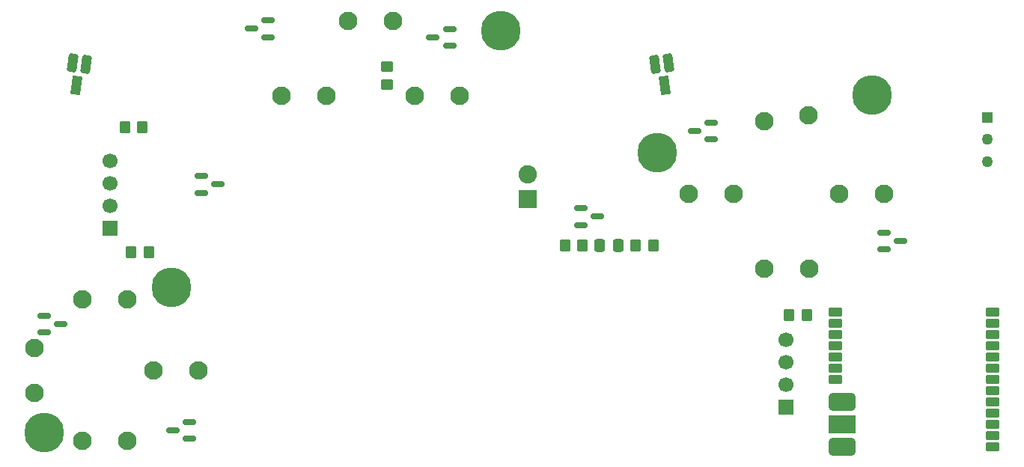
<source format=gbr>
%TF.GenerationSoftware,KiCad,Pcbnew,9.0.7*%
%TF.CreationDate,2026-01-18T17:53:02+01:00*%
%TF.ProjectId,pcb_phone_controller,7063625f-7068-46f6-9e65-5f636f6e7472,rev?*%
%TF.SameCoordinates,Original*%
%TF.FileFunction,Soldermask,Top*%
%TF.FilePolarity,Negative*%
%FSLAX46Y46*%
G04 Gerber Fmt 4.6, Leading zero omitted, Abs format (unit mm)*
G04 Created by KiCad (PCBNEW 9.0.7) date 2026-01-18 17:53:02*
%MOMM*%
%LPD*%
G01*
G04 APERTURE LIST*
G04 Aperture macros list*
%AMRoundRect*
0 Rectangle with rounded corners*
0 $1 Rounding radius*
0 $2 $3 $4 $5 $6 $7 $8 $9 X,Y pos of 4 corners*
0 Add a 4 corners polygon primitive as box body*
4,1,4,$2,$3,$4,$5,$6,$7,$8,$9,$2,$3,0*
0 Add four circle primitives for the rounded corners*
1,1,$1+$1,$2,$3*
1,1,$1+$1,$4,$5*
1,1,$1+$1,$6,$7*
1,1,$1+$1,$8,$9*
0 Add four rect primitives between the rounded corners*
20,1,$1+$1,$2,$3,$4,$5,0*
20,1,$1+$1,$4,$5,$6,$7,0*
20,1,$1+$1,$6,$7,$8,$9,0*
20,1,$1+$1,$8,$9,$2,$3,0*%
%AMRotRect*
0 Rectangle, with rotation*
0 The origin of the aperture is its center*
0 $1 length*
0 $2 width*
0 $3 Rotation angle, in degrees counterclockwise*
0 Add horizontal line*
21,1,$1,$2,0,0,$3*%
G04 Aperture macros list end*
%ADD10RoundRect,0.250000X0.337500X0.475000X-0.337500X0.475000X-0.337500X-0.475000X0.337500X-0.475000X0*%
%ADD11C,2.100000*%
%ADD12C,4.500000*%
%ADD13RoundRect,0.250000X-0.350000X-0.450000X0.350000X-0.450000X0.350000X0.450000X-0.350000X0.450000X0*%
%ADD14R,1.270000X1.270000*%
%ADD15C,1.270000*%
%ADD16RoundRect,0.150000X0.587500X0.150000X-0.587500X0.150000X-0.587500X-0.150000X0.587500X-0.150000X0*%
%ADD17RoundRect,0.250000X0.350000X0.450000X-0.350000X0.450000X-0.350000X-0.450000X0.350000X-0.450000X0*%
%ADD18RoundRect,0.150000X-0.587500X-0.150000X0.587500X-0.150000X0.587500X0.150000X-0.587500X0.150000X0*%
%ADD19R,1.700000X1.700000*%
%ADD20C,1.700000*%
%ADD21RoundRect,0.275000X-0.378311X-0.730158X0.166531X-0.805306X0.378311X0.730158X-0.166531X0.805306X0*%
%ADD22RotRect,1.100000X2.100000X352.147000*%
%ADD23RoundRect,0.038100X-1.000000X-1.000000X1.000000X-1.000000X1.000000X1.000000X-1.000000X1.000000X0*%
%ADD24C,2.076200*%
%ADD25RoundRect,0.275000X-0.166531X-0.805306X0.378311X-0.730158X0.166531X0.805306X-0.378311X0.730158X0*%
%ADD26RotRect,1.100000X2.100000X7.853000*%
%ADD27RoundRect,0.269050X0.519050X-0.269050X0.519050X0.269050X-0.519050X0.269050X-0.519050X-0.269050X0*%
%ADD28RoundRect,0.519050X-1.019050X0.519050X-1.019050X-0.519050X1.019050X-0.519050X1.019050X0.519050X0*%
%ADD29RoundRect,0.269050X-0.519050X0.269050X-0.519050X-0.269050X0.519050X-0.269050X0.519050X0.269050X0*%
%ADD30RoundRect,0.038100X-1.500000X1.000000X-1.500000X-1.000000X1.500000X-1.000000X1.500000X1.000000X0*%
%ADD31RoundRect,0.250000X-0.450000X0.350000X-0.450000X-0.350000X0.450000X-0.350000X0.450000X0.350000X0*%
G04 APERTURE END LIST*
D10*
%TO.C,C1*%
X178000000Y-122500000D03*
X175925000Y-122500000D03*
%TD*%
D11*
%TO.C,Select1*%
X139960000Y-105593690D03*
X145040000Y-105593690D03*
%TD*%
D12*
%TO.C,H2*%
X182400000Y-112000000D03*
%TD*%
D13*
%TO.C,R1*%
X180000000Y-122500000D03*
X182000000Y-122500000D03*
%TD*%
D11*
%TO.C,Start1*%
X154960000Y-105593690D03*
X160040000Y-105593690D03*
%TD*%
D14*
%TO.C,SW17*%
X219750000Y-108000000D03*
D15*
X219750000Y-110500000D03*
X219750000Y-113000000D03*
%TD*%
D16*
%TO.C,D3*%
X138437500Y-98950000D03*
X138437500Y-97050000D03*
X136562500Y-98000000D03*
%TD*%
D17*
%TO.C,R5*%
X124200000Y-109100000D03*
X122200000Y-109100000D03*
%TD*%
%TO.C,R6*%
X199350000Y-130350000D03*
X197350000Y-130350000D03*
%TD*%
D16*
%TO.C,D7*%
X129500000Y-144400000D03*
X129500000Y-142500000D03*
X127625000Y-143450000D03*
%TD*%
D12*
%TO.C,H5*%
X113100000Y-143700000D03*
%TD*%
D18*
%TO.C,D5*%
X208062500Y-121050000D03*
X208062500Y-122950000D03*
X209937500Y-122000000D03*
%TD*%
D19*
%TO.C,StickL1*%
X120500000Y-120580000D03*
D20*
X120500000Y-118040000D03*
X120500000Y-115500000D03*
X120500000Y-112960000D03*
%TD*%
D21*
%TO.C,TriggerL1*%
X116334970Y-101853786D03*
D22*
X116736356Y-104432815D03*
D21*
X117820902Y-102058734D03*
%TD*%
D11*
%TO.C,B1*%
X194494124Y-125127219D03*
X199574124Y-125127219D03*
%TD*%
%TO.C,Home1*%
X147460000Y-97093691D03*
X152540000Y-97093691D03*
%TD*%
D12*
%TO.C,H1*%
X164750000Y-98250000D03*
%TD*%
D11*
%TO.C,DOWN1*%
X117425876Y-144641938D03*
X122505876Y-144641938D03*
%TD*%
D16*
%TO.C,D6*%
X188500000Y-110500000D03*
X188500000Y-108600000D03*
X186625000Y-109550000D03*
%TD*%
D11*
%TO.C,UP1*%
X117425876Y-128641938D03*
X122505876Y-128641938D03*
%TD*%
%TO.C,X1*%
X186008842Y-116641938D03*
X191088842Y-116641938D03*
%TD*%
%TO.C,Y1*%
X194517950Y-108503745D03*
X199550298Y-107809567D03*
%TD*%
D23*
%TO.C,+-1*%
X167750000Y-117300000D03*
D24*
X167750000Y-114500000D03*
%TD*%
D18*
%TO.C,D2*%
X173812500Y-118300000D03*
X173812500Y-120200000D03*
X175687500Y-119250000D03*
%TD*%
D11*
%TO.C,LEFT1*%
X111965876Y-134101938D03*
X111965876Y-139181938D03*
%TD*%
D25*
%TO.C,TriggerR1*%
X182179099Y-102058734D03*
D26*
X183263645Y-104432815D03*
D25*
X183665031Y-101853786D03*
%TD*%
D12*
%TO.C,H3*%
X206750000Y-105500000D03*
%TD*%
D19*
%TO.C,StickR1*%
X197000000Y-140810000D03*
D20*
X197000000Y-138270000D03*
X197000000Y-135730000D03*
X197000000Y-133190000D03*
%TD*%
D12*
%TO.C,H4*%
X127500000Y-127250000D03*
%TD*%
D18*
%TO.C,D8*%
X113062500Y-130450000D03*
X113062500Y-132350000D03*
X114937500Y-131400000D03*
%TD*%
D11*
%TO.C,RIGHT1*%
X125425876Y-136641938D03*
X130505876Y-136641938D03*
%TD*%
D16*
%TO.C,D4*%
X158937500Y-99950000D03*
X158937500Y-98050000D03*
X157062500Y-99000000D03*
%TD*%
D27*
%TO.C,U1*%
X220390000Y-145281871D03*
X220390000Y-142741871D03*
X220390000Y-140201871D03*
D28*
X203380000Y-140201871D03*
D27*
X220390000Y-137661871D03*
X220390000Y-135121871D03*
D28*
X203380000Y-145281871D03*
D27*
X220390000Y-132581871D03*
D29*
X202610000Y-132581871D03*
X202610000Y-135121871D03*
X202610000Y-137661871D03*
D27*
X220390000Y-131311871D03*
D29*
X202610000Y-131311871D03*
X202610000Y-133851871D03*
X202610000Y-136391871D03*
D27*
X220390000Y-144011871D03*
X220390000Y-141471871D03*
X220390000Y-138931871D03*
X220390000Y-136391871D03*
X220390000Y-133851871D03*
X220390000Y-130041871D03*
D29*
X202610000Y-130041871D03*
D30*
X203380000Y-142741871D03*
%TD*%
D17*
%TO.C,R3*%
X124900000Y-123300000D03*
X122900000Y-123300000D03*
%TD*%
D13*
%TO.C,R2*%
X172000000Y-122500000D03*
X174000000Y-122500000D03*
%TD*%
D11*
%TO.C,A1*%
X202979405Y-116641938D03*
X208059405Y-116641938D03*
%TD*%
D31*
%TO.C,R4*%
X151900000Y-102300000D03*
X151900000Y-104300000D03*
%TD*%
D18*
%TO.C,D1*%
X130862500Y-114650000D03*
X130862500Y-116550000D03*
X132737500Y-115600000D03*
%TD*%
M02*

</source>
